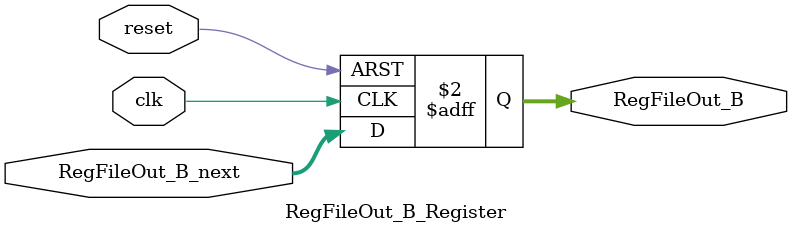
<source format=v>
module RegFileOut_B_Register(
    input clk,
    input reset,
    input [31:0] RegFileOut_B_next,

    output reg [31:0] RegFileOut_B
);

    always @(posedge clk or posedge reset)
        begin
            if (reset)
                RegFileOut_B <= 32'd0;
            else
                RegFileOut_B <= RegFileOut_B_next;
        end
endmodule

</source>
